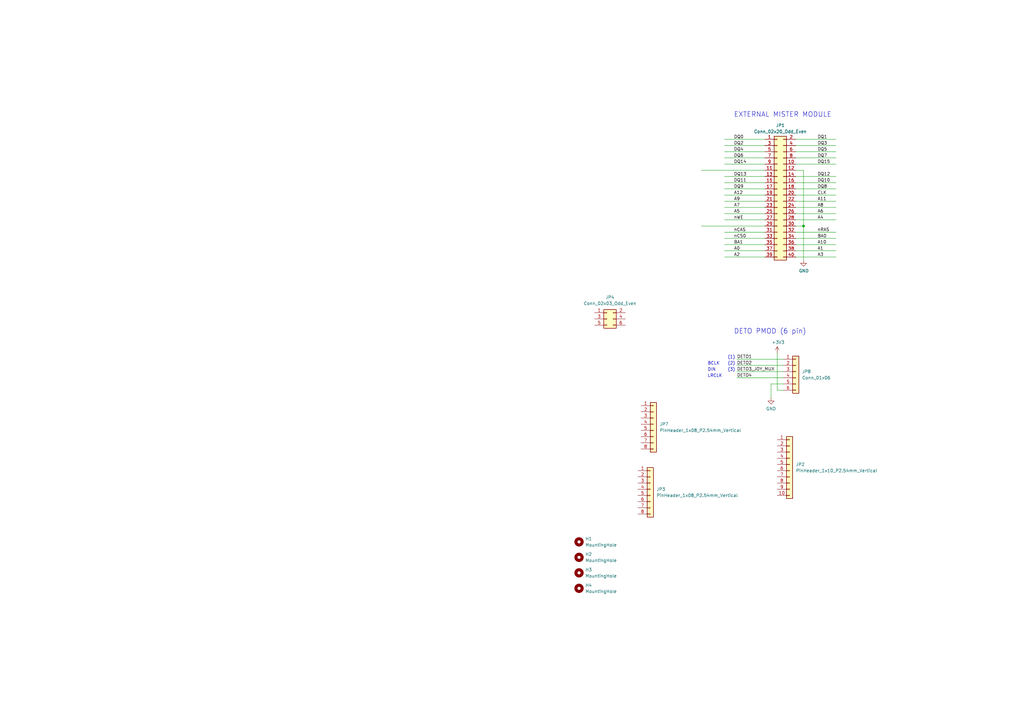
<source format=kicad_sch>
(kicad_sch (version 20211123) (generator eeschema)
  (paper "A3")
  (title_block (title "DECA RETRO CAPE 2") (date "2022-03-10") (rev "${VERSION}") (company "Hard Team Deca") (comment 2 "2022 Somhic <@somhic at telegram>") (comment 3 "License: CC-BY-SA v4.0"))
  (lib_symbols
    (symbol "Connector_Generic:Conn_01x06" (pin_names (offset 1.016) hide)
      (property "Reference" "J" (at 0 7.62 0))
      (property "Value" "Conn_01x06" (at 0 -10.16 0))
      (symbol "Conn_01x06_1_1"
        (rectangle (start -1.27 -7.493) (end 0 -7.747) (stroke (width 0.1524)))
        (rectangle (start -1.27 -4.953) (end 0 -5.207) (stroke (width 0.1524)))
        (rectangle (start -1.27 -2.413) (end 0 -2.667) (stroke (width 0.1524)))
        (rectangle (start -1.27 0.127) (end 0 -0.127) (stroke (width 0.1524)))
        (rectangle (start -1.27 2.667) (end 0 2.413) (stroke (width 0.1524)))
        (rectangle (start -1.27 5.207) (end 0 4.953) (stroke (width 0.1524)))
        (rectangle (start -1.27 6.35) (end 1.27 -8.89) (stroke (width 0.254)) (fill (type background)))
        (pin passive line (at -5.08 5.08 0) (length 3.81) (name "Pin_1") (number "1"))
        (pin passive line (at -5.08 2.54 0) (length 3.81) (name "Pin_2") (number "2"))
        (pin passive line (at -5.08 0 0) (length 3.81) (name "Pin_3") (number "3"))
        (pin passive line (at -5.08 -2.54 0) (length 3.81) (name "Pin_4") (number "4"))
        (pin passive line (at -5.08 -5.08 0) (length 3.81) (name "Pin_5") (number "5"))
        (pin passive line (at -5.08 -7.62 0) (length 3.81) (name "Pin_6") (number "6"))
      )
    )
    (symbol "Connector_Generic:Conn_01x08" (pin_names (offset 1.016) hide)
      (property "Reference" "J" (at 0 10.16 0))
      (property "Value" "Conn_01x08" (at 0 -12.7 0))
      (symbol "Conn_01x08_1_1"
        (rectangle (start -1.27 -10.033) (end 0 -10.287) (stroke (width 0.1524)))
        (rectangle (start -1.27 -7.493) (end 0 -7.747) (stroke (width 0.1524)))
        (rectangle (start -1.27 -4.953) (end 0 -5.207) (stroke (width 0.1524)))
        (rectangle (start -1.27 -2.413) (end 0 -2.667) (stroke (width 0.1524)))
        (rectangle (start -1.27 0.127) (end 0 -0.127) (stroke (width 0.1524)))
        (rectangle (start -1.27 2.667) (end 0 2.413) (stroke (width 0.1524)))
        (rectangle (start -1.27 5.207) (end 0 4.953) (stroke (width 0.1524)))
        (rectangle (start -1.27 7.747) (end 0 7.493) (stroke (width 0.1524)))
        (rectangle (start -1.27 8.89) (end 1.27 -11.43) (stroke (width 0.254)) (fill (type background)))
        (pin passive line (at -5.08 7.62 0) (length 3.81) (name "Pin_1") (number "1"))
        (pin passive line (at -5.08 5.08 0) (length 3.81) (name "Pin_2") (number "2"))
        (pin passive line (at -5.08 2.54 0) (length 3.81) (name "Pin_3") (number "3"))
        (pin passive line (at -5.08 0 0) (length 3.81) (name "Pin_4") (number "4"))
        (pin passive line (at -5.08 -2.54 0) (length 3.81) (name "Pin_5") (number "5"))
        (pin passive line (at -5.08 -5.08 0) (length 3.81) (name "Pin_6") (number "6"))
        (pin passive line (at -5.08 -7.62 0) (length 3.81) (name "Pin_7") (number "7"))
        (pin passive line (at -5.08 -10.16 0) (length 3.81) (name "Pin_8") (number "8"))
      )
    )
    (symbol "Connector_Generic:Conn_01x10" (pin_names (offset 1.016) hide)
      (property "Reference" "J" (at 0 12.7 0))
      (property "Value" "Conn_01x10" (at 0 -15.24 0))
      (symbol "Conn_01x10_1_1"
        (rectangle (start -1.27 -12.573) (end 0 -12.827) (stroke (width 0.1524)))
        (rectangle (start -1.27 -10.033) (end 0 -10.287) (stroke (width 0.1524)))
        (rectangle (start -1.27 -7.493) (end 0 -7.747) (stroke (width 0.1524)))
        (rectangle (start -1.27 -4.953) (end 0 -5.207) (stroke (width 0.1524)))
        (rectangle (start -1.27 -2.413) (end 0 -2.667) (stroke (width 0.1524)))
        (rectangle (start -1.27 0.127) (end 0 -0.127) (stroke (width 0.1524)))
        (rectangle (start -1.27 2.667) (end 0 2.413) (stroke (width 0.1524)))
        (rectangle (start -1.27 5.207) (end 0 4.953) (stroke (width 0.1524)))
        (rectangle (start -1.27 7.747) (end 0 7.493) (stroke (width 0.1524)))
        (rectangle (start -1.27 10.287) (end 0 10.033) (stroke (width 0.1524)))
        (rectangle (start -1.27 11.43) (end 1.27 -13.97) (stroke (width 0.254)) (fill (type background)))
        (pin passive line (at -5.08 10.16 0) (length 3.81) (name "Pin_1") (number "1"))
        (pin passive line (at -5.08 -12.7 0) (length 3.81) (name "Pin_10") (number "10"))
        (pin passive line (at -5.08 7.62 0) (length 3.81) (name "Pin_2") (number "2"))
        (pin passive line (at -5.08 5.08 0) (length 3.81) (name "Pin_3") (number "3"))
        (pin passive line (at -5.08 2.54 0) (length 3.81) (name "Pin_4") (number "4"))
        (pin passive line (at -5.08 0 0) (length 3.81) (name "Pin_5") (number "5"))
        (pin passive line (at -5.08 -2.54 0) (length 3.81) (name "Pin_6") (number "6"))
        (pin passive line (at -5.08 -5.08 0) (length 3.81) (name "Pin_7") (number "7"))
        (pin passive line (at -5.08 -7.62 0) (length 3.81) (name "Pin_8") (number "8"))
        (pin passive line (at -5.08 -10.16 0) (length 3.81) (name "Pin_9") (number "9"))
      )
    )
    (symbol "Connector_Generic:Conn_02x03_Odd_Even" (pin_names (offset 1.016) hide)
      (property "Reference" "J" (at 1.27 5.08 0))
      (property "Value" "Conn_02x03_Odd_Even" (at 1.27 -5.08 0))
      (symbol "Conn_02x03_Odd_Even_1_1"
        (rectangle (start -1.27 -2.413) (end 0 -2.667) (stroke (width 0.1524)))
        (rectangle (start -1.27 0.127) (end 0 -0.127) (stroke (width 0.1524)))
        (rectangle (start -1.27 2.667) (end 0 2.413) (stroke (width 0.1524)))
        (rectangle (start -1.27 3.81) (end 3.81 -3.81) (stroke (width 0.254)) (fill (type background)))
        (rectangle (start 3.81 -2.413) (end 2.54 -2.667) (stroke (width 0.1524)))
        (rectangle (start 3.81 0.127) (end 2.54 -0.127) (stroke (width 0.1524)))
        (rectangle (start 3.81 2.667) (end 2.54 2.413) (stroke (width 0.1524)))
        (pin passive line (at -5.08 2.54 0) (length 3.81) (name "Pin_1") (number "1"))
        (pin passive line (at 7.62 2.54 180) (length 3.81) (name "Pin_2") (number "2"))
        (pin passive line (at -5.08 0 0) (length 3.81) (name "Pin_3") (number "3"))
        (pin passive line (at 7.62 0 180) (length 3.81) (name "Pin_4") (number "4"))
        (pin passive line (at -5.08 -2.54 0) (length 3.81) (name "Pin_5") (number "5"))
        (pin passive line (at 7.62 -2.54 180) (length 3.81) (name "Pin_6") (number "6"))
      )
    )
    (symbol "Connector_Generic:Conn_02x20_Odd_Even" (pin_names (offset 1.016) hide)
      (property "Reference" "J" (at 1.27 25.4 0))
      (property "Value" "Conn_02x20_Odd_Even" (at 1.27 -27.94 0))
      (symbol "Conn_02x20_Odd_Even_1_1"
        (rectangle (start -1.27 -25.273) (end 0 -25.527) (stroke (width 0.1524)))
        (rectangle (start -1.27 -22.733) (end 0 -22.987) (stroke (width 0.1524)))
        (rectangle (start -1.27 -20.193) (end 0 -20.447) (stroke (width 0.1524)))
        (rectangle (start -1.27 -17.653) (end 0 -17.907) (stroke (width 0.1524)))
        (rectangle (start -1.27 -15.113) (end 0 -15.367) (stroke (width 0.1524)))
        (rectangle (start -1.27 -12.573) (end 0 -12.827) (stroke (width 0.1524)))
        (rectangle (start -1.27 -10.033) (end 0 -10.287) (stroke (width 0.1524)))
        (rectangle (start -1.27 -7.493) (end 0 -7.747) (stroke (width 0.1524)))
        (rectangle (start -1.27 -4.953) (end 0 -5.207) (stroke (width 0.1524)))
        (rectangle (start -1.27 -2.413) (end 0 -2.667) (stroke (width 0.1524)))
        (rectangle (start -1.27 0.127) (end 0 -0.127) (stroke (width 0.1524)))
        (rectangle (start -1.27 2.667) (end 0 2.413) (stroke (width 0.1524)))
        (rectangle (start -1.27 5.207) (end 0 4.953) (stroke (width 0.1524)))
        (rectangle (start -1.27 7.747) (end 0 7.493) (stroke (width 0.1524)))
        (rectangle (start -1.27 10.287) (end 0 10.033) (stroke (width 0.1524)))
        (rectangle (start -1.27 12.827) (end 0 12.573) (stroke (width 0.1524)))
        (rectangle (start -1.27 15.367) (end 0 15.113) (stroke (width 0.1524)))
        (rectangle (start -1.27 17.907) (end 0 17.653) (stroke (width 0.1524)))
        (rectangle (start -1.27 20.447) (end 0 20.193) (stroke (width 0.1524)))
        (rectangle (start -1.27 22.987) (end 0 22.733) (stroke (width 0.1524)))
        (rectangle (start -1.27 24.13) (end 3.81 -26.67) (stroke (width 0.254)) (fill (type background)))
        (rectangle (start 3.81 -25.273) (end 2.54 -25.527) (stroke (width 0.1524)))
        (rectangle (start 3.81 -22.733) (end 2.54 -22.987) (stroke (width 0.1524)))
        (rectangle (start 3.81 -20.193) (end 2.54 -20.447) (stroke (width 0.1524)))
        (rectangle (start 3.81 -17.653) (end 2.54 -17.907) (stroke (width 0.1524)))
        (rectangle (start 3.81 -15.113) (end 2.54 -15.367) (stroke (width 0.1524)))
        (rectangle (start 3.81 -12.573) (end 2.54 -12.827) (stroke (width 0.1524)))
        (rectangle (start 3.81 -10.033) (end 2.54 -10.287) (stroke (width 0.1524)))
        (rectangle (start 3.81 -7.493) (end 2.54 -7.747) (stroke (width 0.1524)))
        (rectangle (start 3.81 -4.953) (end 2.54 -5.207) (stroke (width 0.1524)))
        (rectangle (start 3.81 -2.413) (end 2.54 -2.667) (stroke (width 0.1524)))
        (rectangle (start 3.81 0.127) (end 2.54 -0.127) (stroke (width 0.1524)))
        (rectangle (start 3.81 2.667) (end 2.54 2.413) (stroke (width 0.1524)))
        (rectangle (start 3.81 5.207) (end 2.54 4.953) (stroke (width 0.1524)))
        (rectangle (start 3.81 7.747) (end 2.54 7.493) (stroke (width 0.1524)))
        (rectangle (start 3.81 10.287) (end 2.54 10.033) (stroke (width 0.1524)))
        (rectangle (start 3.81 12.827) (end 2.54 12.573) (stroke (width 0.1524)))
        (rectangle (start 3.81 15.367) (end 2.54 15.113) (stroke (width 0.1524)))
        (rectangle (start 3.81 17.907) (end 2.54 17.653) (stroke (width 0.1524)))
        (rectangle (start 3.81 20.447) (end 2.54 20.193) (stroke (width 0.1524)))
        (rectangle (start 3.81 22.987) (end 2.54 22.733) (stroke (width 0.1524)))
        (pin passive line (at -5.08 22.86 0) (length 3.81) (name "Pin_1") (number "1"))
        (pin passive line (at 7.62 12.7 180) (length 3.81) (name "Pin_10") (number "10"))
        (pin passive line (at -5.08 10.16 0) (length 3.81) (name "Pin_11") (number "11"))
        (pin passive line (at 7.62 10.16 180) (length 3.81) (name "Pin_12") (number "12"))
        (pin passive line (at -5.08 7.62 0) (length 3.81) (name "Pin_13") (number "13"))
        (pin passive line (at 7.62 7.62 180) (length 3.81) (name "Pin_14") (number "14"))
        (pin passive line (at -5.08 5.08 0) (length 3.81) (name "Pin_15") (number "15"))
        (pin passive line (at 7.62 5.08 180) (length 3.81) (name "Pin_16") (number "16"))
        (pin passive line (at -5.08 2.54 0) (length 3.81) (name "Pin_17") (number "17"))
        (pin passive line (at 7.62 2.54 180) (length 3.81) (name "Pin_18") (number "18"))
        (pin passive line (at -5.08 0 0) (length 3.81) (name "Pin_19") (number "19"))
        (pin passive line (at 7.62 22.86 180) (length 3.81) (name "Pin_2") (number "2"))
        (pin passive line (at 7.62 0 180) (length 3.81) (name "Pin_20") (number "20"))
        (pin passive line (at -5.08 -2.54 0) (length 3.81) (name "Pin_21") (number "21"))
        (pin passive line (at 7.62 -2.54 180) (length 3.81) (name "Pin_22") (number "22"))
        (pin passive line (at -5.08 -5.08 0) (length 3.81) (name "Pin_23") (number "23"))
        (pin passive line (at 7.62 -5.08 180) (length 3.81) (name "Pin_24") (number "24"))
        (pin passive line (at -5.08 -7.62 0) (length 3.81) (name "Pin_25") (number "25"))
        (pin passive line (at 7.62 -7.62 180) (length 3.81) (name "Pin_26") (number "26"))
        (pin passive line (at -5.08 -10.16 0) (length 3.81) (name "Pin_27") (number "27"))
        (pin passive line (at 7.62 -10.16 180) (length 3.81) (name "Pin_28") (number "28"))
        (pin passive line (at -5.08 -12.7 0) (length 3.81) (name "Pin_29") (number "29"))
        (pin passive line (at -5.08 20.32 0) (length 3.81) (name "Pin_3") (number "3"))
        (pin passive line (at 7.62 -12.7 180) (length 3.81) (name "Pin_30") (number "30"))
        (pin passive line (at -5.08 -15.24 0) (length 3.81) (name "Pin_31") (number "31"))
        (pin passive line (at 7.62 -15.24 180) (length 3.81) (name "Pin_32") (number "32"))
        (pin passive line (at -5.08 -17.78 0) (length 3.81) (name "Pin_33") (number "33"))
        (pin passive line (at 7.62 -17.78 180) (length 3.81) (name "Pin_34") (number "34"))
        (pin passive line (at -5.08 -20.32 0) (length 3.81) (name "Pin_35") (number "35"))
        (pin passive line (at 7.62 -20.32 180) (length 3.81) (name "Pin_36") (number "36"))
        (pin passive line (at -5.08 -22.86 0) (length 3.81) (name "Pin_37") (number "37"))
        (pin passive line (at 7.62 -22.86 180) (length 3.81) (name "Pin_38") (number "38"))
        (pin passive line (at -5.08 -25.4 0) (length 3.81) (name "Pin_39") (number "39"))
        (pin passive line (at 7.62 20.32 180) (length 3.81) (name "Pin_4") (number "4"))
        (pin passive line (at 7.62 -25.4 180) (length 3.81) (name "Pin_40") (number "40"))
        (pin passive line (at -5.08 17.78 0) (length 3.81) (name "Pin_5") (number "5"))
        (pin passive line (at 7.62 17.78 180) (length 3.81) (name "Pin_6") (number "6"))
        (pin passive line (at -5.08 15.24 0) (length 3.81) (name "Pin_7") (number "7"))
        (pin passive line (at 7.62 15.24 180) (length 3.81) (name "Pin_8") (number "8"))
        (pin passive line (at -5.08 12.7 0) (length 3.81) (name "Pin_9") (number "9"))
      )
    )
    (symbol "Mechanical:MountingHole" (pin_names (offset 1.016))
      (property "Reference" "H" (at 0 5.08 0))
      (property "Value" "MountingHole" (at 0 3.175 0))
      (symbol "MountingHole_0_1"
        (circle (center 0 0) (radius 1.27) (stroke (width 1.27)))
      )
    )
    (symbol "power:+3V3" (power) (pin_names (offset 0))
      (property "Value" "+3V3" (at 0 3.556 0))
      (symbol "+3V3_0_1"
        (polyline (pts (xy -0.762 1.27) (xy 0 2.54)))
        (polyline (pts (xy 0 0) (xy 0 2.54)))
        (polyline (pts (xy 0 2.54) (xy 0.762 1.27)))
      )
      (symbol "+3V3_1_1"
        (pin power_in line (at 0 0 90) (length 0) hide (name "+3V3") (number "1"))
      )
    )
    (symbol "power:GND" (power) (pin_names (offset 0))
      (property "Value" "GND" (at 0 -3.81 0))
      (symbol "GND_0_1"
        (polyline (pts (xy 0 0) (xy 0 -1.27) (xy 1.27 -1.27) (xy 0 -2.54) (xy -1.27 -1.27) (xy 0 -1.27)))
      )
      (symbol "GND_1_1"
        (pin power_in line (at 0 0 270) (length 0) hide (name "GND") (number "1"))
      )
    )
  )
  (junction (at 329.565 92.71))
  (wire (pts (xy 342.9 77.47) (xy 326.39 77.47)))
  (wire (pts (xy 313.69 105.41) (xy 297.18 105.41)))
  (wire (pts (xy 313.69 100.33) (xy 297.18 100.33)))
  (wire (pts (xy 342.9 64.77) (xy 326.39 64.77)))
  (wire (pts (xy 313.69 102.87) (xy 297.18 102.87)))
  (wire (pts (xy 287.655 69.85) (xy 313.69 69.85)))
  (wire (pts (xy 342.9 90.17) (xy 326.39 90.17)))
  (wire (pts (xy 342.9 80.01) (xy 326.39 80.01)))
  (wire (pts (xy 342.9 105.41) (xy 326.39 105.41)))
  (wire (pts (xy 318.77 144.78) (xy 318.77 160.02)))
  (wire (pts (xy 342.9 59.69) (xy 326.39 59.69)))
  (wire (pts (xy 342.9 82.55) (xy 326.39 82.55)))
  (wire (pts (xy 342.9 67.31) (xy 326.39 67.31)))
  (wire (pts (xy 342.9 100.33) (xy 326.39 100.33)))
  (wire (pts (xy 318.77 160.02) (xy 321.31 160.02)))
  (wire (pts (xy 326.39 92.71) (xy 329.565 92.71)))
  (wire (pts (xy 313.69 59.69) (xy 297.18 59.69)))
  (wire (pts (xy 313.69 95.25) (xy 297.18 95.25)))
  (wire (pts (xy 316.23 163.195) (xy 316.23 157.48)))
  (wire (pts (xy 342.9 62.23) (xy 326.39 62.23)))
  (wire (pts (xy 313.69 72.39) (xy 297.18 72.39)))
  (wire (pts (xy 342.9 95.25) (xy 326.39 95.25)))
  (wire (pts (xy 313.69 87.63) (xy 297.18 87.63)))
  (wire (pts (xy 313.69 77.47) (xy 297.18 77.47)))
  (wire (pts (xy 313.69 82.55) (xy 297.18 82.55)))
  (wire (pts (xy 302.26 149.86) (xy 321.31 149.86)))
  (wire (pts (xy 313.69 64.77) (xy 297.18 64.77)))
  (wire (pts (xy 313.69 85.09) (xy 297.18 85.09)))
  (wire (pts (xy 342.9 57.15) (xy 326.39 57.15)))
  (wire (pts (xy 342.9 85.09) (xy 326.39 85.09)))
  (wire (pts (xy 329.565 69.85) (xy 326.39 69.85)))
  (wire (pts (xy 313.69 97.79) (xy 297.18 97.79)))
  (wire (pts (xy 342.9 72.39) (xy 326.39 72.39)))
  (wire (pts (xy 316.23 157.48) (xy 321.31 157.48)))
  (wire (pts (xy 302.26 154.94) (xy 321.31 154.94)))
  (wire (pts (xy 302.26 147.32) (xy 321.31 147.32)))
  (wire (pts (xy 329.565 106.68) (xy 329.565 92.71)))
  (wire (pts (xy 313.69 74.93) (xy 297.18 74.93)))
  (wire (pts (xy 342.9 74.93) (xy 326.39 74.93)))
  (wire (pts (xy 313.69 80.01) (xy 297.18 80.01)))
  (wire (pts (xy 313.69 67.31) (xy 297.18 67.31)))
  (wire (pts (xy 313.69 62.23) (xy 297.18 62.23)))
  (wire (pts (xy 313.69 90.17) (xy 297.18 90.17)))
  (wire (pts (xy 302.26 152.4) (xy 321.31 152.4)))
  (wire (pts (xy 329.565 92.71) (xy 329.565 69.85)))
  (wire (pts (xy 342.9 97.79) (xy 326.39 97.79)))
  (wire (pts (xy 342.9 87.63) (xy 326.39 87.63)))
  (wire (pts (xy 342.9 102.87) (xy 326.39 102.87)))
  (wire (pts (xy 313.69 57.15) (xy 297.18 57.15)))
  (wire (pts (xy 287.655 92.71) (xy 313.69 92.71)))
  (text "BCLK" (at 290.195 149.86 0) (effects (font (size 1.27 1.27)) (justify left bottom)))
  (text "DIN" (at 290.195 152.4 0) (effects (font (size 1.27 1.27)) (justify left bottom)))
  (text "LRCLK" (at 290.195 154.94 0) (effects (font (size 1.27 1.27)) (justify left bottom)))
  (text "(2)" (at 298.45 149.86 0) (effects (font (size 1.27 1.27)) (justify left bottom)))
  (text "(1)" (at 298.45 147.32 0) (effects (font (size 1.27 1.27)) (justify left bottom)))
  (text "DETO PMOD (6 pin)" (at 300.99 137.16 0) (effects (font (size 2 2)) (justify left bottom)))
  (text "EXTERNAL MISTER MODULE" (at 300.99 48.26 0) (effects (font (size 2 2)) (justify left bottom)))
  (text "(3)" (at 298.45 152.4 0) (effects (font (size 1.27 1.27)) (justify left bottom)))
  (label "DETO1" (at 302.26 147.32 0))
  (label "DETO2" (at 302.26 149.86 0))
  (label "DQ10" (at 335.28 74.93 0))
  (label "A11" (at 335.28 82.55 0))
  (label "nWE" (at 300.99 90.17 0))
  (label "A1" (at 335.28 102.87 0))
  (label "A5" (at 300.99 87.63 0))
  (label "DETO3_JOY_MUX" (at 302.26 152.4 0))
  (label "A7" (at 300.99 85.09 0))
  (label "DQ0" (at 300.99 57.15 0))
  (label "DQ12" (at 335.28 72.39 0))
  (label "nCS0" (at 300.99 97.79 0))
  (label "A9" (at 300.99 82.55 0))
  (label "A3" (at 335.28 105.41 0))
  (label "A4" (at 335.28 90.17 0))
  (label "BA0" (at 335.28 97.79 0))
  (label "CLK" (at 335.28 80.01 0))
  (label "DQ8" (at 335.28 77.47 0))
  (label "A2" (at 300.99 105.41 0))
  (label "nRAS" (at 335.28 95.25 0))
  (label "DQ15" (at 335.28 67.31 0))
  (label "DQ14" (at 300.99 67.31 0))
  (label "DETO4" (at 302.26 154.94 0))
  (label "DQ13" (at 300.99 72.39 0))
  (label "DQ4" (at 300.99 62.23 0))
  (label "A0" (at 300.99 102.87 0))
  (label "BA1" (at 300.99 100.33 0))
  (label "A6" (at 335.28 87.63 0))
  (label "DQ1" (at 335.28 57.15 0))
  (label "DQ5" (at 335.28 62.23 0))
  (label "nCAS" (at 300.99 95.25 0))
  (label "DQ7" (at 335.28 64.77 0))
  (label "A8" (at 335.28 85.09 0))
  (label "A12" (at 300.99 80.01 0))
  (label "DQ3" (at 335.28 59.69 0))
  (label "DQ9" (at 300.99 77.47 0))
  (label "DQ11" (at 300.99 74.93 0))
  (label "DQ2" (at 300.99 59.69 0))
  (label "A10" (at 335.28 100.33 0))
  (label "DQ6" (at 300.99 64.77 0))
  (symbol (lib_id "Mechanical:MountingHole") (at 237.49 228.6 0) (unit 1)
    (property "Reference" "H2" (at 240.03 227.3299 0) (effects (justify left)))
    (property "Value" "MountingHole" (at 240.03 229.8699 0) (effects (justify left)))
    (property "Footprint" "MountingHole:MountingHole_3mm" (effects hide))
  )
  (symbol (lib_id "Connector_Generic:Conn_01x08") (at 267.97 173.99 0) (unit 1)
    (property "Reference" "JP7" (at 270.51 173.9899 0) (effects (justify left)))
    (property "Value" "PinHeader_1x08_P2.54mm_Vertical" (at 270.51 176.5299 0) (effects (justify left)))
    (property "Footprint" "Connector_PinHeader_2.54mm:PinHeader_1x08_P2.54mm_Vertical" (effects hide))
  )
  (symbol (lib_id "power:+3V3") (at 318.77 144.78 0) (unit 1)
    (property "Reference" "#PWR031" (effects hide))
    (property "Value" "+3V3" (at 319.151 140.3858 0))
  )
  (symbol (lib_id "Connector_Generic:Conn_02x03_Odd_Even") (at 248.92 130.81 0) (unit 1)
    (property "Reference" "JP4" (at 250.19 121.92 0))
    (property "Value" "Conn_02x03_Odd_Even" (at 250.19 124.46 0))
    (property "Footprint" "Connector_PinSocket_2.54mm:PinSocket_2x03_P2.54mm_Vertical" (effects hide))
  )
  (symbol (lib_id "Mechanical:MountingHole") (at 237.49 241.3 0) (unit 1)
    (property "Reference" "H4" (at 240.03 240.0299 0) (effects (justify left)))
    (property "Value" "MountingHole" (at 240.03 242.5699 0) (effects (justify left)))
    (property "Footprint" "MountingHole:MountingHole_3mm" (effects hide))
  )
  (symbol (lib_id "Mechanical:MountingHole") (at 237.49 234.95 0) (unit 1)
    (property "Reference" "H3" (at 240.03 233.6799 0) (effects (justify left)))
    (property "Value" "MountingHole" (at 240.03 236.2199 0) (effects (justify left)))
    (property "Footprint" "MountingHole:MountingHole_3mm" (effects hide))
  )
  (symbol (lib_id "Connector_Generic:Conn_01x08") (at 266.7 200.66 0) (unit 1)
    (property "Reference" "JP3" (at 269.24 200.6599 0) (effects (justify left)))
    (property "Value" "PinHeader_1x08_P2.54mm_Vertical" (at 269.24 203.1999 0) (effects (justify left)))
    (property "Footprint" "Connector_PinHeader_2.54mm:PinHeader_1x08_P2.54mm_Vertical" (effects hide))
  )
  (symbol (lib_id "power:GND") (at 316.23 163.195 0) (unit 1)
    (property "Reference" "#PWR029" (effects hide))
    (property "Value" "GND" (at 316.23 167.64 0))
  )
  (symbol (lib_id "power:GND") (at 329.565 106.68 0) (unit 1)
    (property "Reference" "#PWR016" (effects hide))
    (property "Value" "GND" (at 329.692 111.0742 0))
  )
  (symbol (lib_id "Connector_Generic:Conn_01x06") (at 326.39 152.4 0) (unit 1)
    (property "Reference" "JP8" (at 328.93 152.3999 0) (effects (justify left)))
    (property "Value" "Conn_01x06" (at 328.93 154.9399 0) (effects (justify left)))
    (property "Footprint" "Connector_PinHeader_2.54mm:PinHeader_1x06_P2.54mm_Vertical" (effects hide))
  )
  (symbol (lib_id "Connector_Generic:Conn_02x20_Odd_Even") (at 318.77 80.01 0) (unit 1)
    (property "Reference" "JP1" (at 320.04 51.435 0))
    (property "Value" "Conn_02x20_Odd_Even" (at 320.04 53.975 0))
    (property "Footprint" "Connector_PinSocket_2.54mm:PinSocket_2x20_P2.54mm_Vertical" (effects hide))
  )
  (symbol (lib_id "Connector_Generic:Conn_01x10") (at 323.85 190.5 0) (unit 1)
    (property "Reference" "JP2" (at 326.39 190.4999 0) (effects (justify left)))
    (property "Value" "PinHeader_1x10_P2.54mm_Vertical" (at 326.39 193.0399 0) (effects (justify left)))
    (property "Footprint" "Connector_PinHeader_2.54mm:PinHeader_1x10_P2.54mm_Vertical" (effects hide))
  )
  (symbol (lib_id "Mechanical:MountingHole") (at 237.49 222.25 0) (unit 1)
    (property "Reference" "H1" (at 240.03 220.9799 0) (effects (justify left)))
    (property "Value" "MountingHole" (at 240.03 223.5199 0) (effects (justify left)))
    (property "Footprint" "MountingHole:MountingHole_3mm" (effects hide))
  )
)
</source>
